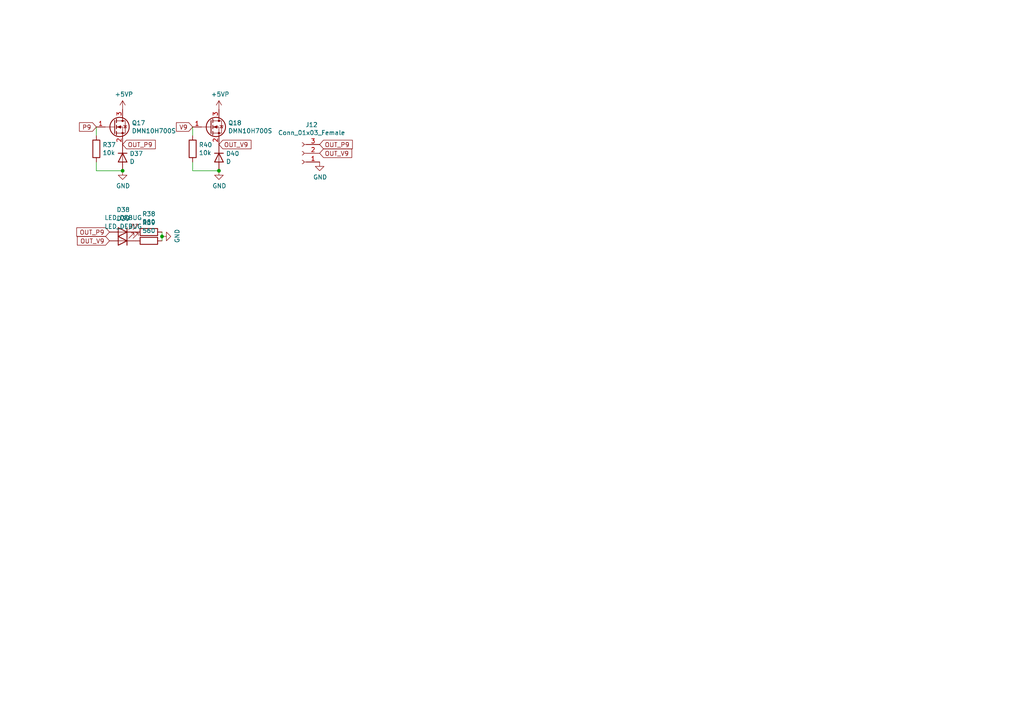
<source format=kicad_sch>
(kicad_sch (version 20211123) (generator eeschema)
  (paper "A4")
  (lib_symbols
    (symbol "Connector:Conn_01x03_Female" (pin_names (offset 1.016) hide)
      (property "Reference" "J" (at 0 5.08 0))
      (property "Value" "Conn_01x03_Female" (at 0 -5.08 0))
      (symbol "Conn_01x03_Female_1_1"
        (arc (start 0 -2.032) (mid -0.508 -2.54) (end 0 -3.048) (stroke (width 0.1524)))
        (polyline (pts (xy -1.27 -2.54) (xy -0.508 -2.54)) (stroke (width 0.1524)))
        (polyline (pts (xy -1.27 0) (xy -0.508 0)) (stroke (width 0.1524)))
        (polyline (pts (xy -1.27 2.54) (xy -0.508 2.54)) (stroke (width 0.1524)))
        (arc (start 0 0.508) (mid -0.508 0) (end 0 -0.508) (stroke (width 0.1524)))
        (arc (start 0 3.048) (mid -0.508 2.54) (end 0 2.032) (stroke (width 0.1524)))
        (pin passive line (at -5.08 2.54 0) (length 3.81) (name "Pin_1") (number "1"))
        (pin passive line (at -5.08 0 0) (length 3.81) (name "Pin_2") (number "2"))
        (pin passive line (at -5.08 -2.54 0) (length 3.81) (name "Pin_3") (number "3"))
      )
    )
    (symbol "Device:D" (pin_numbers hide) (pin_names (offset 1.016) hide)
      (property "Reference" "D" (at 0 2.54 0))
      (property "Value" "D" (at 0 -2.54 0))
      (symbol "D_0_1"
        (polyline (pts (xy -1.27 1.27) (xy -1.27 -1.27)) (stroke (width 0.254)))
        (polyline (pts (xy 1.27 0) (xy -1.27 0)))
        (polyline (pts (xy 1.27 1.27) (xy 1.27 -1.27) (xy -1.27 0) (xy 1.27 1.27)) (stroke (width 0.254)))
      )
      (symbol "D_1_1"
        (pin passive line (at -3.81 0 0) (length 2.54) (name "K") (number "1"))
        (pin passive line (at 3.81 0 180) (length 2.54) (name "A") (number "2"))
      )
    )
    (symbol "Device:LED" (pin_numbers hide) (pin_names (offset 1.016) hide)
      (property "Reference" "D" (at 0 2.54 0))
      (property "Value" "LED" (at 0 -2.54 0))
      (symbol "LED_0_1"
        (polyline (pts (xy -1.27 -1.27) (xy -1.27 1.27)) (stroke (width 0.254)))
        (polyline (pts (xy -1.27 0) (xy 1.27 0)))
        (polyline (pts (xy 1.27 -1.27) (xy 1.27 1.27) (xy -1.27 0) (xy 1.27 -1.27)) (stroke (width 0.254)))
        (polyline (pts (xy -3.048 -0.762) (xy -4.572 -2.286) (xy -3.81 -2.286) (xy -4.572 -2.286) (xy -4.572 -1.524)))
        (polyline (pts (xy -1.778 -0.762) (xy -3.302 -2.286) (xy -2.54 -2.286) (xy -3.302 -2.286) (xy -3.302 -1.524)))
      )
      (symbol "LED_1_1"
        (pin passive line (at -3.81 0 0) (length 2.54) (name "K") (number "1"))
        (pin passive line (at 3.81 0 180) (length 2.54) (name "A") (number "2"))
      )
    )
    (symbol "Device:R" (pin_numbers hide) (pin_names (offset 0))
      (property "Reference" "R" (at 2.032 0 90))
      (property "Value" "R" (at 0 0 90))
      (symbol "R_0_1"
        (rectangle (start -1.016 -2.54) (end 1.016 2.54) (stroke (width 0.254)))
      )
      (symbol "R_1_1"
        (pin passive line (at 0 3.81 270) (length 1.27) (name "~") (number "1"))
        (pin passive line (at 0 -3.81 90) (length 1.27) (name "~") (number "2"))
      )
    )
    (symbol "Transistor_FET:DMN10H700S" (pin_names hide)
      (property "Reference" "Q" (at 5.08 1.905 0))
      (property "Value" "DMN10H700S" (at 5.08 0 0))
      (symbol "DMN10H700S_0_1"
        (polyline (pts (xy 0.254 0) (xy -2.54 0)))
        (polyline (pts (xy 0.254 1.905) (xy 0.254 -1.905)) (stroke (width 0.254)))
        (polyline (pts (xy 0.762 -1.27) (xy 0.762 -2.286)) (stroke (width 0.254)))
        (polyline (pts (xy 0.762 0.508) (xy 0.762 -0.508)) (stroke (width 0.254)))
        (polyline (pts (xy 0.762 2.286) (xy 0.762 1.27)) (stroke (width 0.254)))
        (polyline (pts (xy 2.54 2.54) (xy 2.54 1.778)))
        (polyline (pts (xy 2.54 -2.54) (xy 2.54 0) (xy 0.762 0)))
        (polyline (pts (xy 0.762 -1.778) (xy 3.302 -1.778) (xy 3.302 1.778) (xy 0.762 1.778)))
        (polyline (pts (xy 1.016 0) (xy 2.032 0.381) (xy 2.032 -0.381) (xy 1.016 0)) (fill (type outline)))
        (polyline (pts (xy 2.794 0.508) (xy 2.921 0.381) (xy 3.683 0.381) (xy 3.81 0.254)))
        (polyline (pts (xy 3.302 0.381) (xy 2.921 -0.254) (xy 3.683 -0.254) (xy 3.302 0.381)))
        (circle (center 1.651 0) (radius 2.794) (stroke (width 0.254)))
        (circle (center 2.54 -1.778) (radius 0.254) (fill (type outline)))
        (circle (center 2.54 1.778) (radius 0.254) (fill (type outline)))
      )
      (symbol "DMN10H700S_1_1"
        (pin input line (at -5.08 0 0) (length 2.54) (name "G") (number "1"))
        (pin passive line (at 2.54 -5.08 90) (length 2.54) (name "S") (number "2"))
        (pin passive line (at 2.54 5.08 270) (length 2.54) (name "D") (number "3"))
      )
    )
    (symbol "power:+5VP" (power) (pin_names (offset 0))
      (property "Value" "+5VP" (at 0 3.556 0))
      (symbol "+5VP_0_1"
        (polyline (pts (xy -0.762 1.27) (xy 0 2.54)))
        (polyline (pts (xy 0 0) (xy 0 2.54)))
        (polyline (pts (xy 0 2.54) (xy 0.762 1.27)))
      )
      (symbol "+5VP_1_1"
        (pin power_in line (at 0 0 90) (length 0) hide (name "+5VP") (number "1"))
      )
    )
    (symbol "power:GND" (power) (pin_names (offset 0))
      (property "Value" "GND" (at 0 -3.81 0))
      (symbol "GND_0_1"
        (polyline (pts (xy 0 0) (xy 0 -1.27) (xy 1.27 -1.27) (xy 0 -2.54) (xy -1.27 -1.27) (xy 0 -1.27)))
      )
      (symbol "GND_1_1"
        (pin power_in line (at 0 0 270) (length 0) hide (name "GND") (number "1"))
      )
    )
  )
  (junction (at 46.99 68.58))
  (junction (at 63.5 49.53))
  (junction (at 35.56 49.53))
  (wire (pts (xy 27.94 46.99) (xy 27.94 49.53)))
  (wire (pts (xy 55.88 39.37) (xy 55.88 36.83)))
  (wire (pts (xy 55.88 49.53) (xy 63.5 49.53)))
  (wire (pts (xy 55.88 46.99) (xy 55.88 49.53)))
  (wire (pts (xy 46.99 67.31) (xy 46.99 68.58)))
  (wire (pts (xy 27.94 49.53) (xy 35.56 49.53)))
  (wire (pts (xy 27.94 39.37) (xy 27.94 36.83)))
  (wire (pts (xy 46.99 68.58) (xy 46.99 69.85)))
  (global_label "OUT_V9" (shape input) (at 92.71 44.45 0) (property "Intersheet References" "${INTERSHEET_REFS}" (effects hide)))
  (global_label "V9" (shape input) (at 55.88 36.83 180) (property "Intersheet References" "${INTERSHEET_REFS}" (effects hide)))
  (global_label "OUT_V9" (shape input) (at 63.5 41.91 0) (property "Intersheet References" "${INTERSHEET_REFS}" (effects hide)))
  (global_label "P9" (shape input) (at 27.94 36.83 180) (property "Intersheet References" "${INTERSHEET_REFS}" (effects hide)))
  (global_label "OUT_P9" (shape input) (at 92.71 41.91 0) (property "Intersheet References" "${INTERSHEET_REFS}" (effects hide)))
  (global_label "OUT_P9" (shape input) (at 31.75 67.31 180) (property "Intersheet References" "${INTERSHEET_REFS}" (effects hide)))
  (global_label "OUT_V9" (shape input) (at 31.75 69.85 180) (property "Intersheet References" "${INTERSHEET_REFS}" (effects hide)))
  (global_label "OUT_P9" (shape input) (at 35.56 41.91 0) (property "Intersheet References" "${INTERSHEET_REFS}" (effects hide)))
  (symbol (lib_id "Device:LED") (at 35.56 69.85 180)
    (property "Reference" "D39" (at 35.7378 63.373 0))
    (property "Value" "LED_DEBUG" (at 35.7378 65.6844 0))
    (property "Footprint" "LED_SMD:LED_0805_2012Metric_Pad1.15x1.40mm_HandSolder" (effects hide))
  )
  (symbol (lib_id "Device:R") (at 43.18 67.31 270)
    (property "Reference" "R38" (at 43.18 62.0522 90))
    (property "Value" "560" (at 43.18 64.3636 90))
    (property "Footprint" "Resistor_SMD:R_0805_2012Metric_Pad1.20x1.40mm_HandSolder" (effects hide))
  )
  (symbol (lib_id "power:+5VP") (at 35.56 31.75 0)
    (property "Reference" "#PWR077" (effects hide))
    (property "Value" "+5VP" (at 35.941 27.3558 0))
  )
  (symbol (lib_id "Device:LED") (at 35.56 67.31 180)
    (property "Reference" "D38" (at 35.7378 60.833 0))
    (property "Value" "LED_DEBUG" (at 35.7378 63.1444 0))
    (property "Footprint" "LED_SMD:LED_0805_2012Metric_Pad1.15x1.40mm_HandSolder" (effects hide))
  )
  (symbol (lib_id "Transistor_FET:DMN10H700S") (at 33.02 36.83 0)
    (property "Reference" "Q17" (at 38.2016 35.6616 0) (effects (justify left)))
    (property "Value" "DMN10H700S" (at 38.2016 37.973 0) (effects (justify left)))
    (property "Footprint" "Package_TO_SOT_SMD:SOT-23" (effects hide))
    (property "Datasheet" "http://www.diodes.com/assets/Datasheets/DMN10H700S.pdf" (effects hide))
  )
  (symbol (lib_id "power:GND") (at 35.56 49.53 0)
    (property "Reference" "#PWR078" (effects hide))
    (property "Value" "GND" (at 35.687 53.9242 0))
  )
  (symbol (lib_id "Device:R") (at 27.94 43.18 180)
    (property "Reference" "R37" (at 29.718 42.0116 0) (effects (justify right)))
    (property "Value" "10k" (at 29.718 44.323 0) (effects (justify right)))
    (property "Footprint" "Resistor_SMD:R_0805_2012Metric_Pad1.20x1.40mm_HandSolder" (effects hide))
  )
  (symbol (lib_id "Transistor_FET:DMN10H700S") (at 60.96 36.83 0)
    (property "Reference" "Q18" (at 66.1416 35.6616 0) (effects (justify left)))
    (property "Value" "DMN10H700S" (at 66.1416 37.973 0) (effects (justify left)))
    (property "Footprint" "Package_TO_SOT_SMD:SOT-23" (effects hide))
    (property "Datasheet" "http://www.diodes.com/assets/Datasheets/DMN10H700S.pdf" (effects hide))
  )
  (symbol (lib_id "Device:R") (at 55.88 43.18 180)
    (property "Reference" "R40" (at 57.658 42.0116 0) (effects (justify right)))
    (property "Value" "10k" (at 57.658 44.323 0) (effects (justify right)))
    (property "Footprint" "Resistor_SMD:R_0805_2012Metric_Pad1.20x1.40mm_HandSolder" (effects hide))
  )
  (symbol (lib_id "power:+5VP") (at 63.5 31.75 0)
    (property "Reference" "#PWR080" (effects hide))
    (property "Value" "+5VP" (at 63.881 27.3558 0))
  )
  (symbol (lib_id "power:GND") (at 92.71 46.99 0)
    (property "Reference" "#PWR082" (effects hide))
    (property "Value" "GND" (at 92.837 51.3842 0))
  )
  (symbol (lib_id "Device:R") (at 43.18 69.85 270)
    (property "Reference" "R39" (at 43.18 64.5922 90))
    (property "Value" "560" (at 43.18 66.9036 90))
    (property "Footprint" "Resistor_SMD:R_0805_2012Metric_Pad1.20x1.40mm_HandSolder" (effects hide))
  )
  (symbol (lib_id "Device:D") (at 35.56 45.72 270)
    (property "Reference" "D37" (at 37.592 44.5516 90) (effects (justify left)))
    (property "Value" "D" (at 37.592 46.863 90) (effects (justify left)))
    (property "Footprint" "Diode_SMD:D_SOD-123" (effects hide))
  )
  (symbol (lib_id "Device:D") (at 63.5 45.72 270)
    (property "Reference" "D40" (at 65.532 44.5516 90) (effects (justify left)))
    (property "Value" "D" (at 65.532 46.863 90) (effects (justify left)))
    (property "Footprint" "Diode_SMD:D_SOD-123" (effects hide))
  )
  (symbol (lib_id "Connector:Conn_01x03_Female") (at 87.63 44.45 180)
    (property "Reference" "J12" (at 90.3732 36.195 0))
    (property "Value" "Conn_01x03_Female" (at 90.3732 38.5064 0))
    (property "Footprint" "AREA_lib_Connector:Wuerth_2.54mm_3pins_61900311121" (effects hide))
  )
  (symbol (lib_id "power:GND") (at 63.5 49.53 0)
    (property "Reference" "#PWR081" (effects hide))
    (property "Value" "GND" (at 63.627 53.9242 0))
  )
  (symbol (lib_id "power:GND") (at 46.99 68.58 90)
    (property "Reference" "#PWR079" (effects hide))
    (property "Value" "GND" (at 51.3842 68.453 0))
  )
)
</source>
